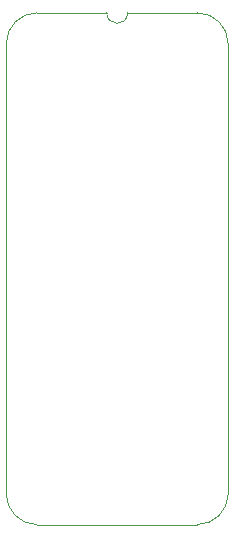
<source format=gm1>
%TF.GenerationSoftware,KiCad,Pcbnew,8.0.2*%
%TF.CreationDate,2024-06-07T09:13:13+02:00*%
%TF.ProjectId,HCP65 Main Memory Data,48435036-3520-44d6-9169-6e204d656d6f,V0*%
%TF.SameCoordinates,PX54c81a0PY37b6b20*%
%TF.FileFunction,Profile,NP*%
%FSLAX46Y46*%
G04 Gerber Fmt 4.6, Leading zero omitted, Abs format (unit mm)*
G04 Created by KiCad (PCBNEW 8.0.2) date 2024-06-07 09:13:13*
%MOMM*%
%LPD*%
G01*
G04 APERTURE LIST*
%TA.AperFunction,Profile*%
%ADD10C,0.100000*%
%TD*%
G04 APERTURE END LIST*
D10*
%TO.C,J5*%
X-1778000Y-38100000D02*
X-1778000Y0D01*
X6731000Y2616200D02*
X835732Y2613732D01*
X14404267Y2613733D02*
X8509000Y2616200D01*
X14404268Y-40713732D02*
X835733Y-40713733D01*
X17018000Y-38100000D02*
X17017999Y1D01*
X-1778000Y0D02*
G75*
G02*
X835732Y2613732I2613731J1D01*
G01*
X835733Y-40713733D02*
G75*
G02*
X-1778003Y-38100000I-3J2613733D01*
G01*
X8509000Y2616200D02*
G75*
G02*
X6731000Y2616200I-889000J0D01*
G01*
X14404267Y2613733D02*
G75*
G02*
X17018003Y1I3J-2613733D01*
G01*
X17018000Y-38100000D02*
G75*
G02*
X14404268Y-40713730I-2613730J0D01*
G01*
%TD*%
M02*

</source>
